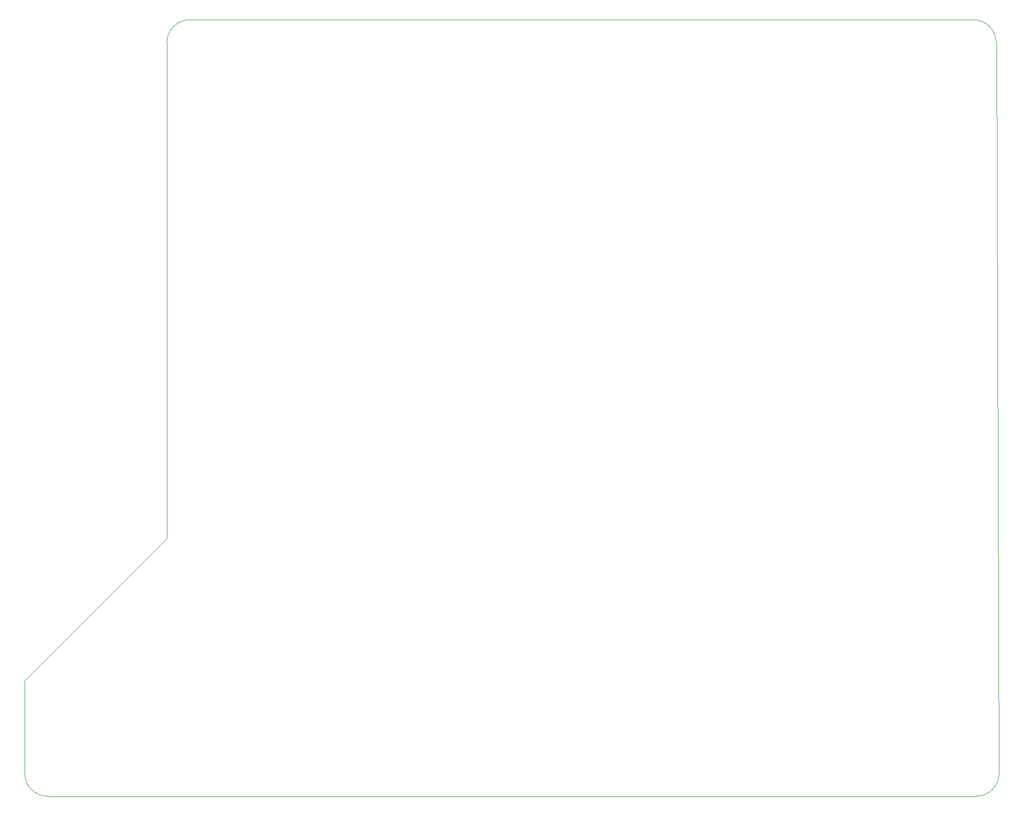
<source format=gbr>
%TF.GenerationSoftware,KiCad,Pcbnew,9.0.2*%
%TF.CreationDate,2025-09-29T11:38:53+09:00*%
%TF.ProjectId,RDC_Humanoid_Logic,5244435f-4875-46d6-916e-6f69645f4c6f,rev?*%
%TF.SameCoordinates,Original*%
%TF.FileFunction,Profile,NP*%
%FSLAX46Y46*%
G04 Gerber Fmt 4.6, Leading zero omitted, Abs format (unit mm)*
G04 Created by KiCad (PCBNEW 9.0.2) date 2025-09-29 11:38:53*
%MOMM*%
%LPD*%
G01*
G04 APERTURE LIST*
%TA.AperFunction,Profile*%
%ADD10C,0.100000*%
%TD*%
G04 APERTURE END LIST*
D10*
X57500000Y-142000000D02*
X57500000Y-158000000D01*
X221000000Y-28000000D02*
G75*
G02*
X225000000Y-32000000I0J-4000000D01*
G01*
X225500000Y-158000000D02*
G75*
G02*
X221500000Y-162000000I-4000000J0D01*
G01*
X221000000Y-28000000D02*
X86000000Y-28000000D01*
X82000000Y-32000000D02*
X82000000Y-117500000D01*
X225500000Y-158000000D02*
X225000000Y-32000000D01*
X82000000Y-117500000D02*
X57500000Y-142000000D01*
X221500000Y-162000000D02*
X61500000Y-162000000D01*
X61500000Y-162000000D02*
G75*
G02*
X57500000Y-158000000I0J4000000D01*
G01*
X82000000Y-32000000D02*
G75*
G02*
X86000000Y-28000000I4000000J0D01*
G01*
M02*

</source>
